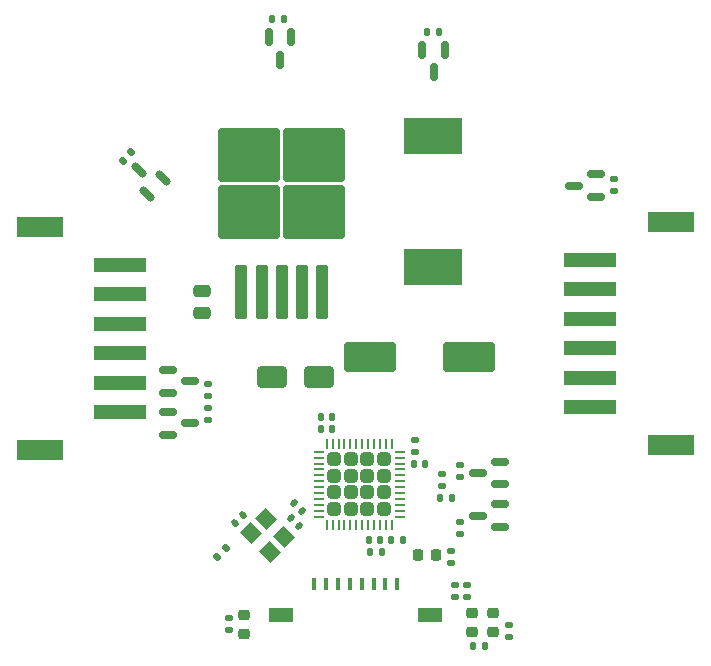
<source format=gbr>
%TF.GenerationSoftware,KiCad,Pcbnew,8.0.1*%
%TF.CreationDate,2024-11-14T00:10:28-08:00*%
%TF.ProjectId,motor_control_design,6d6f746f-725f-4636-9f6e-74726f6c5f64,rev?*%
%TF.SameCoordinates,Original*%
%TF.FileFunction,Paste,Top*%
%TF.FilePolarity,Positive*%
%FSLAX46Y46*%
G04 Gerber Fmt 4.6, Leading zero omitted, Abs format (unit mm)*
G04 Created by KiCad (PCBNEW 8.0.1) date 2024-11-14 00:10:28*
%MOMM*%
%LPD*%
G01*
G04 APERTURE LIST*
G04 Aperture macros list*
%AMRoundRect*
0 Rectangle with rounded corners*
0 $1 Rounding radius*
0 $2 $3 $4 $5 $6 $7 $8 $9 X,Y pos of 4 corners*
0 Add a 4 corners polygon primitive as box body*
4,1,4,$2,$3,$4,$5,$6,$7,$8,$9,$2,$3,0*
0 Add four circle primitives for the rounded corners*
1,1,$1+$1,$2,$3*
1,1,$1+$1,$4,$5*
1,1,$1+$1,$6,$7*
1,1,$1+$1,$8,$9*
0 Add four rect primitives between the rounded corners*
20,1,$1+$1,$2,$3,$4,$5,0*
20,1,$1+$1,$4,$5,$6,$7,0*
20,1,$1+$1,$6,$7,$8,$9,0*
20,1,$1+$1,$8,$9,$2,$3,0*%
%AMRotRect*
0 Rectangle, with rotation*
0 The origin of the aperture is its center*
0 $1 length*
0 $2 width*
0 $3 Rotation angle, in degrees counterclockwise*
0 Add horizontal line*
21,1,$1,$2,0,0,$3*%
G04 Aperture macros list end*
%ADD10RoundRect,0.140000X0.219203X0.021213X0.021213X0.219203X-0.219203X-0.021213X-0.021213X-0.219203X0*%
%ADD11RoundRect,0.135000X0.185000X-0.135000X0.185000X0.135000X-0.185000X0.135000X-0.185000X-0.135000X0*%
%ADD12RoundRect,0.150000X0.521491X-0.309359X-0.309359X0.521491X-0.521491X0.309359X0.309359X-0.521491X0*%
%ADD13RoundRect,0.218750X0.256250X-0.218750X0.256250X0.218750X-0.256250X0.218750X-0.256250X-0.218750X0*%
%ADD14RoundRect,0.135000X-0.185000X0.135000X-0.185000X-0.135000X0.185000X-0.135000X0.185000X0.135000X0*%
%ADD15RoundRect,0.250000X-0.475000X0.250000X-0.475000X-0.250000X0.475000X-0.250000X0.475000X0.250000X0*%
%ADD16RoundRect,0.218750X-0.218750X-0.256250X0.218750X-0.256250X0.218750X0.256250X-0.218750X0.256250X0*%
%ADD17RoundRect,0.135000X-0.035355X0.226274X-0.226274X0.035355X0.035355X-0.226274X0.226274X-0.035355X0*%
%ADD18RoundRect,0.140000X-0.140000X-0.170000X0.140000X-0.170000X0.140000X0.170000X-0.140000X0.170000X0*%
%ADD19RoundRect,0.250000X0.315000X-0.315000X0.315000X0.315000X-0.315000X0.315000X-0.315000X-0.315000X0*%
%ADD20RoundRect,0.062500X0.062500X-0.375000X0.062500X0.375000X-0.062500X0.375000X-0.062500X-0.375000X0*%
%ADD21RoundRect,0.062500X0.375000X-0.062500X0.375000X0.062500X-0.375000X0.062500X-0.375000X-0.062500X0*%
%ADD22RoundRect,0.250000X-1.000000X-0.650000X1.000000X-0.650000X1.000000X0.650000X-1.000000X0.650000X0*%
%ADD23R,0.400000X1.000000*%
%ADD24R,2.000000X1.300000*%
%ADD25RoundRect,0.135000X0.135000X0.185000X-0.135000X0.185000X-0.135000X-0.185000X0.135000X-0.185000X0*%
%ADD26RoundRect,0.140000X-0.170000X0.140000X-0.170000X-0.140000X0.170000X-0.140000X0.170000X0.140000X0*%
%ADD27RoundRect,0.250000X-1.950000X-1.000000X1.950000X-1.000000X1.950000X1.000000X-1.950000X1.000000X0*%
%ADD28RoundRect,0.150000X-0.150000X0.587500X-0.150000X-0.587500X0.150000X-0.587500X0.150000X0.587500X0*%
%ADD29RoundRect,0.150000X0.587500X0.150000X-0.587500X0.150000X-0.587500X-0.150000X0.587500X-0.150000X0*%
%ADD30RoundRect,0.150000X-0.587500X-0.150000X0.587500X-0.150000X0.587500X0.150000X-0.587500X0.150000X0*%
%ADD31RoundRect,0.250000X0.300000X-2.050000X0.300000X2.050000X-0.300000X2.050000X-0.300000X-2.050000X0*%
%ADD32RoundRect,0.250000X2.375000X-2.025000X2.375000X2.025000X-2.375000X2.025000X-2.375000X-2.025000X0*%
%ADD33RotRect,1.400000X1.200000X135.000000*%
%ADD34RoundRect,0.140000X0.021213X-0.219203X0.219203X-0.021213X-0.021213X0.219203X-0.219203X0.021213X0*%
%ADD35RoundRect,0.135000X-0.135000X-0.185000X0.135000X-0.185000X0.135000X0.185000X-0.135000X0.185000X0*%
%ADD36RoundRect,0.140000X0.140000X0.170000X-0.140000X0.170000X-0.140000X-0.170000X0.140000X-0.170000X0*%
%ADD37R,4.495800X1.295400*%
%ADD38R,3.911600X1.803400*%
%ADD39RoundRect,0.135000X0.035355X-0.226274X0.226274X-0.035355X-0.035355X0.226274X-0.226274X0.035355X0*%
%ADD40R,5.000000X3.100000*%
G04 APERTURE END LIST*
D10*
%TO.C,C4*%
X144484411Y-104733411D03*
X143805589Y-104054589D03*
%TD*%
D11*
%TO.C,R21*%
X157861000Y-106681999D03*
X157861000Y-105662001D03*
%TD*%
D12*
%TO.C,Q13*%
X131337074Y-77816577D03*
X132680577Y-76473074D03*
X130683000Y-75819000D03*
%TD*%
D13*
%TO.C,D2*%
X158879000Y-114937000D03*
X158879000Y-113361998D03*
%TD*%
D14*
%TO.C,R3*%
X157480000Y-110996001D03*
X157480000Y-112015999D03*
%TD*%
D15*
%TO.C,C14*%
X136017000Y-86045001D03*
X136017000Y-87944999D03*
%TD*%
D16*
%TO.C,FB1*%
X154279500Y-108458000D03*
X155854500Y-108458000D03*
%TD*%
D17*
%TO.C,R1*%
X138028624Y-107843376D03*
X137307376Y-108564624D03*
%TD*%
D18*
%TO.C,C7*%
X153952000Y-100711000D03*
X154912000Y-100711000D03*
%TD*%
D19*
%TO.C,U1*%
X147233570Y-104527000D03*
X148633570Y-104527000D03*
X150033570Y-104527000D03*
X151433570Y-104527000D03*
X147233570Y-103127000D03*
X148633570Y-103127000D03*
X150033570Y-103127000D03*
X151433570Y-103127000D03*
X147233570Y-101727000D03*
X148633570Y-101727000D03*
X150033570Y-101727000D03*
X151433570Y-101727000D03*
X147233570Y-100327000D03*
X148633570Y-100327000D03*
X150033570Y-100327000D03*
X151433570Y-100327000D03*
D20*
X146583570Y-105864500D03*
X147083570Y-105864500D03*
X147583571Y-105864500D03*
X148083570Y-105864500D03*
X148583569Y-105864500D03*
X149083570Y-105864500D03*
X149583570Y-105864500D03*
X150083571Y-105864500D03*
X150583570Y-105864500D03*
X151083569Y-105864500D03*
X151583570Y-105864500D03*
X152083570Y-105864500D03*
D21*
X152771070Y-105177000D03*
X152771070Y-104677000D03*
X152771070Y-104176999D03*
X152771070Y-103677000D03*
X152771070Y-103177001D03*
X152771070Y-102677000D03*
X152771070Y-102177000D03*
X152771070Y-101676999D03*
X152771070Y-101177000D03*
X152771070Y-100677001D03*
X152771070Y-100177000D03*
X152771070Y-99677000D03*
D20*
X152083570Y-98989500D03*
X151583570Y-98989500D03*
X151083569Y-98989500D03*
X150583570Y-98989500D03*
X150083571Y-98989500D03*
X149583570Y-98989500D03*
X149083570Y-98989500D03*
X148583569Y-98989500D03*
X148083570Y-98989500D03*
X147583571Y-98989500D03*
X147083570Y-98989500D03*
X146583570Y-98989500D03*
D21*
X145896070Y-99677000D03*
X145896070Y-100177000D03*
X145896070Y-100677001D03*
X145896070Y-101177000D03*
X145896070Y-101676999D03*
X145896070Y-102177000D03*
X145896070Y-102677000D03*
X145896070Y-103177001D03*
X145896070Y-103677000D03*
X145896070Y-104176999D03*
X145896070Y-104677000D03*
X145896070Y-105177000D03*
%TD*%
D22*
%TO.C,D11*%
X141922998Y-93345000D03*
X145923000Y-93345000D03*
%TD*%
D13*
%TO.C,D3*%
X160657000Y-114937000D03*
X160657000Y-113361998D03*
%TD*%
D23*
%TO.C,J5*%
X145548000Y-110838000D03*
X146548000Y-110838000D03*
X147548000Y-110838000D03*
X148548000Y-110838000D03*
X149548000Y-110838000D03*
X150548000Y-110838000D03*
X151548000Y-110838000D03*
X152548000Y-110838000D03*
D24*
X142748000Y-113538000D03*
X155348000Y-113538000D03*
%TD*%
D25*
%TO.C,R24*%
X156084999Y-64135000D03*
X155065001Y-64135000D03*
%TD*%
D26*
%TO.C,C11*%
X157099000Y-108105000D03*
X157099000Y-109065000D03*
%TD*%
D27*
%TO.C,C15*%
X150241000Y-91694000D03*
X158641000Y-91694000D03*
%TD*%
D10*
%TO.C,C2*%
X144230411Y-106003411D03*
X143551589Y-105324589D03*
%TD*%
D11*
%TO.C,R8*%
X162054000Y-115395997D03*
X162054000Y-114375999D03*
%TD*%
D28*
%TO.C,Q4*%
X143571000Y-64594500D03*
X141671000Y-64594500D03*
X142621000Y-66469501D03*
%TD*%
D29*
%TO.C,Q5*%
X169418000Y-78105000D03*
X169418000Y-76205000D03*
X167542999Y-77155000D03*
%TD*%
D14*
%TO.C,R10*%
X136525000Y-96012000D03*
X136525000Y-97031998D03*
%TD*%
D11*
%TO.C,R9*%
X136525000Y-94997999D03*
X136525000Y-93978001D03*
%TD*%
%TO.C,R2*%
X158496000Y-112015999D03*
X158496000Y-110996001D03*
%TD*%
%TO.C,R17*%
X170942000Y-77597000D03*
X170942000Y-76577002D03*
%TD*%
D18*
%TO.C,C1*%
X146078000Y-96774000D03*
X147038000Y-96774000D03*
%TD*%
D30*
%TO.C,Q10*%
X133126000Y-96332000D03*
X133126000Y-98232000D03*
X135001000Y-97282000D03*
%TD*%
D14*
%TO.C,R22*%
X157861000Y-100836001D03*
X157861000Y-101855999D03*
%TD*%
D11*
%TO.C,R5*%
X138303000Y-114809999D03*
X138303000Y-113790001D03*
%TD*%
D31*
%TO.C,U3*%
X139367000Y-86124000D03*
X141067000Y-86123999D03*
X142767000Y-86124000D03*
D32*
X139992000Y-79399000D03*
X145542000Y-79399000D03*
X139992000Y-74549000D03*
X145542000Y-74549000D03*
D31*
X144467000Y-86123999D03*
X146167000Y-86124000D03*
%TD*%
D29*
%TO.C,Q11*%
X161290000Y-106040000D03*
X161290000Y-104140000D03*
X159414999Y-105090000D03*
%TD*%
D14*
%TO.C,R11*%
X156337000Y-101598001D03*
X156337000Y-102617999D03*
%TD*%
D29*
%TO.C,Q12*%
X161260001Y-102423000D03*
X161260001Y-100523000D03*
X159385000Y-101473000D03*
%TD*%
D18*
%TO.C,C3*%
X152047000Y-107188000D03*
X153007000Y-107188000D03*
%TD*%
D33*
%TO.C,Y1*%
X142965716Y-106934000D03*
X141410081Y-105378365D03*
X140208000Y-106580446D03*
X141763635Y-108136081D03*
%TD*%
D25*
%TO.C,R6*%
X143003999Y-63070499D03*
X141984001Y-63070499D03*
%TD*%
D18*
%TO.C,C8*%
X146078000Y-97790000D03*
X147038000Y-97790000D03*
%TD*%
D30*
%TO.C,Q8*%
X133126000Y-92776000D03*
X133126000Y-94676000D03*
X135001000Y-93726000D03*
%TD*%
D34*
%TO.C,C5*%
X138852589Y-105749411D03*
X139531411Y-105070589D03*
%TD*%
D35*
%TO.C,R7*%
X159004000Y-116155998D03*
X160024000Y-116155998D03*
%TD*%
D36*
%TO.C,C9*%
X151102000Y-107188000D03*
X150142000Y-107188000D03*
%TD*%
%TO.C,C10*%
X151229000Y-108204000D03*
X150269000Y-108204000D03*
%TD*%
D37*
%TO.C,J6*%
X129110946Y-83830497D03*
X129110946Y-86330501D03*
X129110948Y-88830496D03*
X129110945Y-91330496D03*
X129110944Y-93830497D03*
X129110949Y-96330498D03*
D38*
X122310944Y-80630497D03*
X122310953Y-99530498D03*
%TD*%
D13*
%TO.C,D1*%
X139573000Y-115087501D03*
X139573000Y-113512499D03*
%TD*%
D37*
%TO.C,J8*%
X168912200Y-95911999D03*
X168912200Y-93411995D03*
X168912198Y-90912000D03*
X168912201Y-88412000D03*
X168912202Y-85911999D03*
X168912197Y-83411998D03*
D38*
X175712202Y-99111999D03*
X175712194Y-80211998D03*
%TD*%
D39*
%TO.C,R4*%
X129306376Y-75036624D03*
X130027624Y-74315376D03*
%TD*%
D26*
%TO.C,C6*%
X154051000Y-98707000D03*
X154051000Y-99667000D03*
%TD*%
D35*
%TO.C,R12*%
X156208000Y-103632000D03*
X157228000Y-103632000D03*
%TD*%
D40*
%TO.C,L1*%
X155575000Y-72973998D03*
X155575000Y-84074000D03*
%TD*%
D28*
%TO.C,Q16*%
X156586000Y-65659000D03*
X154686000Y-65659000D03*
X155636000Y-67534001D03*
%TD*%
M02*

</source>
